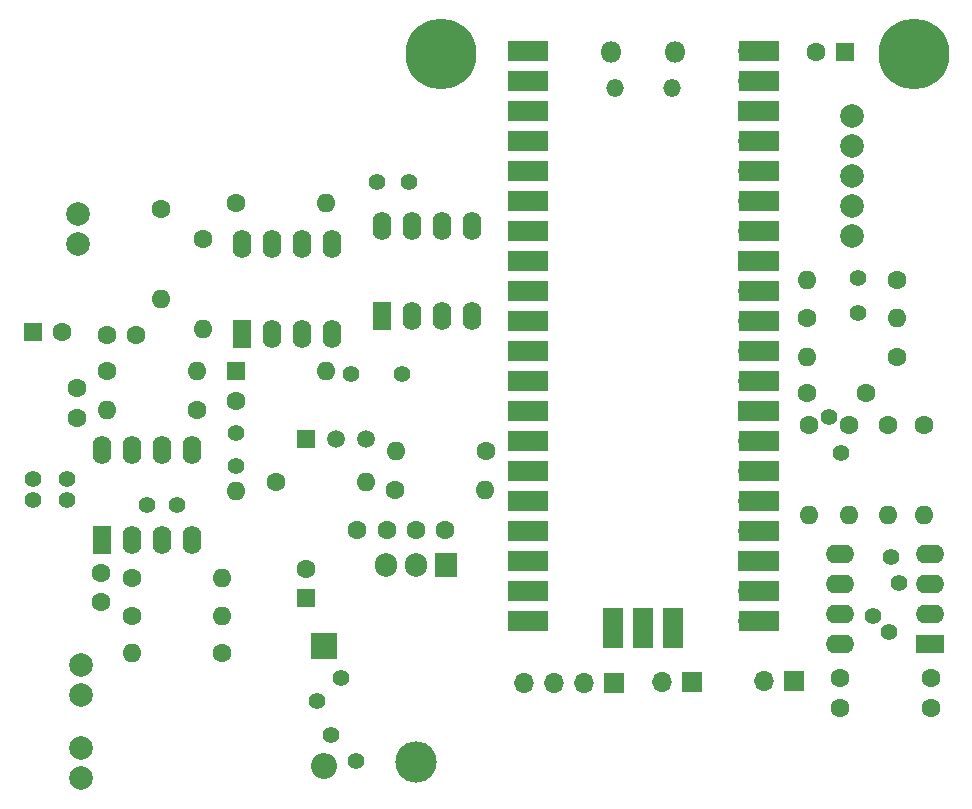
<source format=gts>
G04 #@! TF.GenerationSoftware,KiCad,Pcbnew,8.0.5*
G04 #@! TF.CreationDate,2024-09-14T22:06:27+02:00*
G04 #@! TF.ProjectId,midi2cv,6d696469-3263-4762-9e6b-696361645f70,rev?*
G04 #@! TF.SameCoordinates,Original*
G04 #@! TF.FileFunction,Soldermask,Top*
G04 #@! TF.FilePolarity,Negative*
%FSLAX46Y46*%
G04 Gerber Fmt 4.6, Leading zero omitted, Abs format (unit mm)*
G04 Created by KiCad (PCBNEW 8.0.5) date 2024-09-14 22:06:27*
%MOMM*%
%LPD*%
G01*
G04 APERTURE LIST*
%ADD10C,1.600000*%
%ADD11R,1.600000X2.400000*%
%ADD12O,1.600000X2.400000*%
%ADD13O,1.600000X1.600000*%
%ADD14C,2.000000*%
%ADD15R,1.600000X1.600000*%
%ADD16C,6.000000*%
%ADD17O,2.400000X1.600000*%
%ADD18R,2.400000X1.600000*%
%ADD19R,1.700000X1.700000*%
%ADD20O,1.700000X1.700000*%
%ADD21O,1.905000X2.000000*%
%ADD22R,1.905000X2.000000*%
%ADD23O,3.500000X3.500000*%
%ADD24R,2.200000X2.200000*%
%ADD25O,2.200000X2.200000*%
%ADD26C,1.500000*%
%ADD27R,1.500000X1.500000*%
%ADD28R,1.700000X3.500000*%
%ADD29R,3.500000X1.700000*%
%ADD30O,1.800000X1.800000*%
%ADD31O,1.500000X1.500000*%
%ADD32C,1.422400*%
G04 APERTURE END LIST*
D10*
X139960528Y-86673867D03*
X144960528Y-86673867D03*
D11*
X80274000Y-99075000D03*
D12*
X82814000Y-99075000D03*
X85354000Y-99075000D03*
X87894000Y-99075000D03*
X87894000Y-91455000D03*
X85354000Y-91455000D03*
X82814000Y-91455000D03*
X80274000Y-91455000D03*
D10*
X85217000Y-71120000D03*
D13*
X85217000Y-78740000D03*
D10*
X80645000Y-84836000D03*
D13*
X88265000Y-84836000D03*
D10*
X88265000Y-88138000D03*
D13*
X80645000Y-88138000D03*
X112649000Y-94869000D03*
D10*
X105029000Y-94869000D03*
D13*
X139954000Y-77089000D03*
D10*
X147574000Y-77089000D03*
X90424000Y-108712000D03*
D13*
X82804000Y-108712000D03*
X90424000Y-105537000D03*
D10*
X82804000Y-105537000D03*
X82804000Y-102362000D03*
D13*
X90424000Y-102362000D03*
D14*
X143764000Y-63246000D03*
X143764000Y-65786000D03*
X143764000Y-68326000D03*
X143764000Y-70866000D03*
X143764000Y-73406000D03*
D10*
X78105000Y-88753000D03*
X78105000Y-86253000D03*
X80665000Y-81788000D03*
X83165000Y-81788000D03*
D15*
X74382621Y-81534000D03*
D10*
X76882621Y-81534000D03*
D15*
X143168379Y-57785000D03*
D10*
X140668379Y-57785000D03*
X80137000Y-104374000D03*
X80137000Y-101874000D03*
D16*
X149000000Y-58000000D03*
D13*
X140081000Y-96960867D03*
D10*
X140081000Y-89340867D03*
D17*
X142714868Y-107941129D03*
X142714868Y-105401129D03*
X142714868Y-102861129D03*
X142714868Y-100321129D03*
X150334868Y-100321129D03*
X150334868Y-102861129D03*
X150334868Y-105401129D03*
D18*
X150334868Y-107941129D03*
D19*
X138876458Y-111070643D03*
D20*
X136336458Y-111070643D03*
X116016458Y-111197643D03*
X118556458Y-111197643D03*
X121096458Y-111197643D03*
D19*
X123636458Y-111197643D03*
D14*
X78486000Y-119253000D03*
X78486000Y-116713000D03*
D10*
X101874000Y-98298000D03*
X104374000Y-98298000D03*
D16*
X109000000Y-58000000D03*
D10*
X109327000Y-98298000D03*
X106827000Y-98298000D03*
D13*
X147560528Y-80323867D03*
D10*
X139940528Y-80323867D03*
X97536000Y-101552379D03*
D15*
X97536000Y-104052379D03*
D14*
X78247230Y-74015237D03*
X78247230Y-71475237D03*
D21*
X104267000Y-101219000D03*
X106807000Y-101219000D03*
D22*
X109347000Y-101219000D03*
D23*
X106807000Y-117879000D03*
D10*
X146798528Y-89340867D03*
D13*
X146798528Y-96960867D03*
X102616000Y-94234000D03*
D10*
X94996000Y-94234000D03*
D24*
X99060000Y-108077000D03*
D25*
X99060000Y-118237000D03*
D26*
X102616000Y-90551000D03*
X100076000Y-90551000D03*
D27*
X97536000Y-90551000D03*
D14*
X78486000Y-112268000D03*
X78486000Y-109728000D03*
D13*
X139934967Y-83615908D03*
D10*
X147554967Y-83615908D03*
D13*
X143496528Y-96960867D03*
D10*
X143496528Y-89340867D03*
X149860000Y-89340867D03*
D13*
X149860000Y-96960867D03*
X91567000Y-94996000D03*
D10*
X91567000Y-87376000D03*
X91564061Y-70612000D03*
D13*
X99184061Y-70612000D03*
D10*
X88770061Y-73660000D03*
D13*
X88770061Y-81280000D03*
D28*
X128619440Y-106597000D03*
D20*
X128619440Y-105697000D03*
D28*
X126079440Y-106597000D03*
D19*
X126079440Y-105697000D03*
D28*
X123539440Y-106597000D03*
D20*
X123539440Y-105697000D03*
D29*
X135869440Y-57667000D03*
D20*
X134969440Y-57667000D03*
D29*
X135869440Y-60207000D03*
D20*
X134969440Y-60207000D03*
D29*
X135869440Y-62747000D03*
D19*
X134969440Y-62747000D03*
D29*
X135869440Y-65287000D03*
D20*
X134969440Y-65287000D03*
D29*
X135869440Y-67827000D03*
D20*
X134969440Y-67827000D03*
D29*
X135869440Y-70367000D03*
D20*
X134969440Y-70367000D03*
D29*
X135869440Y-72907000D03*
D20*
X134969440Y-72907000D03*
D29*
X135869440Y-75447000D03*
D19*
X134969440Y-75447000D03*
D29*
X135869440Y-77987000D03*
D20*
X134969440Y-77987000D03*
D29*
X135869440Y-80527000D03*
D20*
X134969440Y-80527000D03*
D29*
X135869440Y-83067000D03*
D20*
X134969440Y-83067000D03*
D29*
X135869440Y-85607000D03*
D20*
X134969440Y-85607000D03*
D29*
X135869440Y-88147000D03*
D19*
X134969440Y-88147000D03*
D29*
X135869440Y-90687000D03*
D20*
X134969440Y-90687000D03*
D29*
X135869440Y-93227000D03*
D20*
X134969440Y-93227000D03*
D29*
X135869440Y-95767000D03*
D20*
X134969440Y-95767000D03*
D29*
X135869440Y-98307000D03*
D20*
X134969440Y-98307000D03*
D29*
X135869440Y-100847000D03*
D19*
X134969440Y-100847000D03*
D29*
X135869440Y-103387000D03*
D20*
X134969440Y-103387000D03*
D29*
X135869440Y-105927000D03*
D20*
X134969440Y-105927000D03*
D29*
X116289440Y-105927000D03*
D20*
X117189440Y-105927000D03*
D29*
X116289440Y-103387000D03*
D20*
X117189440Y-103387000D03*
D29*
X116289440Y-100847000D03*
D19*
X117189440Y-100847000D03*
D29*
X116289440Y-98307000D03*
D20*
X117189440Y-98307000D03*
D29*
X116289440Y-95767000D03*
D20*
X117189440Y-95767000D03*
D29*
X116289440Y-93227000D03*
D20*
X117189440Y-93227000D03*
D29*
X116289440Y-90687000D03*
D20*
X117189440Y-90687000D03*
D29*
X116289440Y-88147000D03*
D19*
X117189440Y-88147000D03*
D29*
X116289440Y-85607000D03*
D20*
X117189440Y-85607000D03*
D29*
X116289440Y-83067000D03*
D20*
X117189440Y-83067000D03*
D29*
X116289440Y-80527000D03*
D20*
X117189440Y-80527000D03*
D29*
X116289440Y-77987000D03*
D20*
X117189440Y-77987000D03*
D29*
X116289440Y-75447000D03*
D19*
X117189440Y-75447000D03*
D29*
X116289440Y-72907000D03*
D20*
X117189440Y-72907000D03*
D29*
X116289440Y-70367000D03*
D20*
X117189440Y-70367000D03*
D29*
X116289440Y-67827000D03*
D20*
X117189440Y-67827000D03*
D29*
X116289440Y-65287000D03*
D20*
X117189440Y-65287000D03*
D29*
X116289440Y-62747000D03*
D19*
X117189440Y-62747000D03*
D29*
X116289440Y-60207000D03*
D20*
X117189440Y-60207000D03*
D29*
X116289440Y-57667000D03*
D20*
X117189440Y-57667000D03*
D30*
X128804440Y-57797000D03*
D31*
X128504440Y-60827000D03*
X123654440Y-60827000D03*
D30*
X123354440Y-57797000D03*
D10*
X150481528Y-113323867D03*
X150481528Y-110823867D03*
X112776000Y-91567000D03*
D13*
X105156000Y-91567000D03*
D10*
X142734528Y-110823867D03*
X142734528Y-113323867D03*
D13*
X99184061Y-84836000D03*
D15*
X91564061Y-84836000D03*
D19*
X130235458Y-111127643D03*
D20*
X127695458Y-111127643D03*
D11*
X103971417Y-80152000D03*
D12*
X106511417Y-80152000D03*
X109051417Y-80152000D03*
X111591417Y-80152000D03*
X111591417Y-72532000D03*
X109051417Y-72532000D03*
X106511417Y-72532000D03*
X103971417Y-72532000D03*
X92072061Y-74041000D03*
X94612061Y-74041000D03*
X97152061Y-74041000D03*
X99692061Y-74041000D03*
X99692061Y-81661000D03*
X97152061Y-81661000D03*
X94612061Y-81661000D03*
D11*
X92072061Y-81661000D03*
D32*
X146884434Y-106861566D03*
X147701000Y-102743000D03*
X142825763Y-91771763D03*
X144272000Y-79857600D03*
X141816279Y-88706590D03*
X144272000Y-76962000D03*
X147066000Y-100584000D03*
X101727000Y-117856000D03*
X145531013Y-105508145D03*
X99632731Y-115634731D03*
X74383900Y-95681803D03*
X77254100Y-95681803D03*
X77254100Y-93980000D03*
X74383900Y-93980000D03*
X84109400Y-96139000D03*
X86598600Y-96139000D03*
X91567000Y-92837000D03*
X91567000Y-90043000D03*
X98426230Y-112774770D03*
X100519269Y-110808731D03*
X101346000Y-85090000D03*
X105664000Y-85090000D03*
X103505000Y-68834000D03*
X106267600Y-68834000D03*
M02*

</source>
